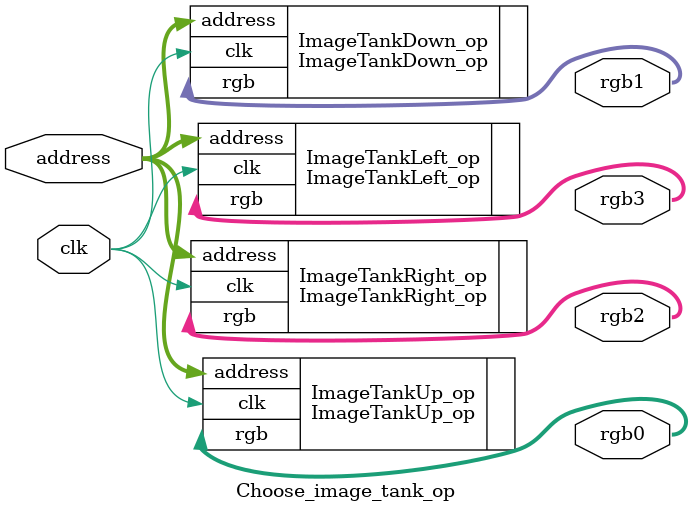
<source format=v>
`timescale 1ns / 1ps

module Choose_image_tank_op(
    input wire clk,
    input wire [11:0] address,
    
    output wire [11:0] rgb0,
    output wire [11:0] rgb1,
    output wire [11:0] rgb2,
    output wire [11:0] rgb3
);

ImageTankUp_op ImageTankUp_op       (.clk(clk), .address(address), .rgb(rgb0));
ImageTankDown_op ImageTankDown_op   (.clk(clk), .address(address), .rgb(rgb1));
ImageTankRight_op ImageTankRight_op (.clk(clk), .address(address), .rgb(rgb2));
ImageTankLeft_op ImageTankLeft_op   (.clk(clk), .address(address), .rgb(rgb3));
endmodule

</source>
